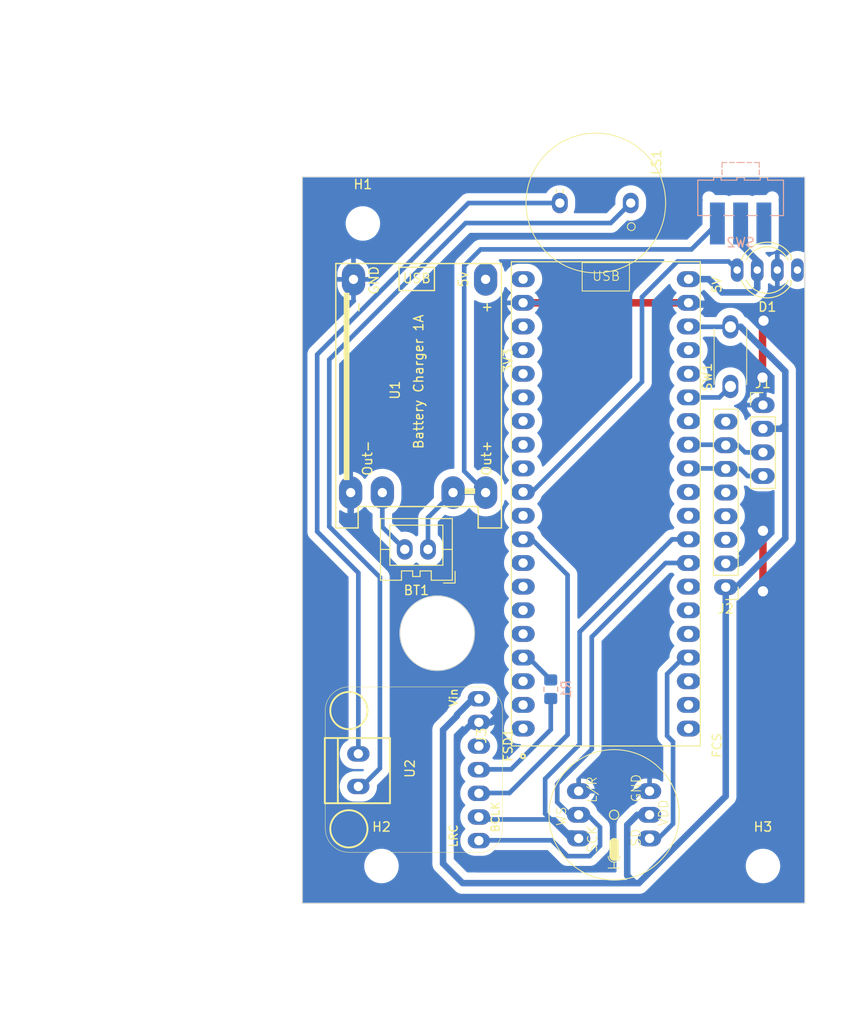
<source format=kicad_pcb>
(kicad_pcb (version 20221018) (generator pcbnew)
  (layers (0 "F.Cu" signal) (31 "B.Cu" signal) (34 "B.Paste" user) (35 "F.Paste" user) (36 "B.SilkS" user "B.Silkscreen") (37 "F.SilkS" user "F.Silkscreen") (38 "B.Mask" user) (39 "F.Mask" user) (44 "Edge.Cuts" user))
  (net 0 "")
  (net 2 "GND")
  (net 3 "+3V3")
  (net 4 "Net-(D1-DIN)")
  (net 5 "I2C_SDA")
  (net 6 "I2C_SCL")
  (net 11 "Net-(U2-GAIN)")
  (net 12 "I2S_AMP_GAIN")
  (net 20 "I2S_AMP_DATA")
  (net 31 "I2S_MIC_DATA")
  (net 35 "I2S_RLCLK")
  (net 36 "I2S_BCLK")
  (net 40 "+5V")
  (net 42 "Net-(BT1--)")
  (net 46 "Net-(J3-IO2)")
  (net 48 "Net-(BT1-+)")
  (net 49 "VBUS")
  (net 50 "Net-(U2-OUTP)")
  (net 51 "Net-(U2-OUTN)")
  (footprint "LED_THT:LED_D5.0mm-4_RGB_Wide_Pins" (layer "F.Cu") (at 91.701484 61 180)
    (fp_text reference "D1" (at 3.2385 -3.96) (layer "F.SilkS"))
    (fp_text value "NeoPixel_THT")
    (fp_line (start 0.6785 -1.545) (end 0.6785 -1.08) (stroke (width 0.12)) (layer "F.SilkS"))
    (fp_line (start 0.6785 1.08) (end 0.6785 1.545) (stroke (width 0.12)) (layer "F.SilkS"))
    (fp_arc (start 0.6785 -1.54483) (mid 3.496956 -2.978809) (end 6.026315 -1.080827) (stroke (width 0.12)) (layer "F.SilkS"))
    (fp_arc (start 0.983816 -1.08) (mid 3.238262 -2.5) (end 5.492979 -1.080429) (stroke (width 0.12)) (layer "F.SilkS"))
    (fp_arc (start 5.492979 1.080429) (mid 3.238262 2.5) (end 0.983816 1.08) (stroke (width 0.12)) (layer "F.SilkS"))
    (fp_arc (start 6.026315 1.080827) (mid 3.496956 2.978808) (end 0.6785 1.54483) (stroke (width 0.12)) (layer "F.SilkS"))
    (pad "1" thru_hole oval (at 0 0 270) (size 2.5 1.35) (drill 0.8) (layers "*.Cu" "*.Mask"))
    (pad "2" thru_hole oval (at 2.159 0 270) (size 2.5 1.35) (drill 0.8) (layers "*.Cu" "*.Mask") (net 2 "GND"))
    (pad "3" thru_hole oval (at 4.318 0 270) (size 2.5 1.35) (drill 0.8) (layers "*.Cu" "*.Mask") (net 40 "+5V"))
    (pad "4" thru_hole oval (at 6.477 0 270) (size 2.5 1.35) (drill 0.8) (layers "*.Cu" "*.Mask") (net 4 "Net-(D1-DIN)"))
  )
  (footprint "Connector_PinSocket_2.54mm:PinSocket_1x04_P2.54mm_Horizontal" (layer "F.Cu") (at 70.037617 53.80217 -90)
    (fp_text reference "LS1" (at -4.38 -6.52 90) (layer "F.SilkS"))
    (fp_text value "Speaker")
    (fp_line (start -1.46 3.51) (end -1.05 3.51) (stroke (width 0.12)) (layer "F.SilkS"))
    (fp_line (start -1.46 4.23) (end -1.05 4.23) (stroke (width 0.12)) (layer "F.SilkS"))
    (fp_circle (center 0 0) (end 7.5 0) (stroke (width 0.1)) (fill none) (layer "F.SilkS"))
    (fp_circle (center 2.54 -3.81) (end 2.598909 -4.227617) (stroke (width 0.1)) (fill none) (layer "F.SilkS"))
    (pad "1" thru_hole oval (at 0 -3.75 270) (size 2.2 1.7) (drill 1) (layers "*.Cu" "*.Mask") (net 50 "Net-(U2-OUTP)"))
    (pad "2" thru_hole oval (at 0 3.87 270) (size 2.2 1.7) (drill 1) (layers "*.Cu" "*.Mask") (net 51 "Net-(U2-OUTN)"))
  )
  (footprint "mems-mic:mems-mic-round" (layer "F.Cu") (at 72 119.5 90)
    (fp_text reference "U3" hide)
    (fp_text value "mems-mic")
    (fp_text user "GND" (at 1.269999 2.966176 90 unlocked) (layer "F.SilkS") (effects (font (thickness 0.1)) (justify left bottom)))
    (fp_text user "VDD" (at -1.287056 5.892585 90 unlocked) (layer "F.SilkS") (effects (font (thickness 0.1)) (justify left bottom)))
    (fp_text user "SCK" (at -4.156642 -1.750172 90 unlocked) (layer "F.SilkS") (effects (font (thickness 0.1)) (justify left bottom)))
    (fp_text user "L/R" (at 1.213176 -1.778584 90 unlocked) (layer "F.SilkS") (effects (font (thickness 0.1)) (justify left bottom)))
    (fp_text user "SD" (at -3.503172 2.937764 90 unlocked) (layer "F.SilkS") (effects (font (thickness 0.1)) (justify left bottom)))
    (fp_text user "WS" (at -1.27 -5.08 90 unlocked) (layer "F.SilkS") (effects (font (thickness 0.1)) (justify left bottom)))
    (fp_line (start -5.715 -0.635) (end -5.715 0.635) (stroke (width 0.1)) (layer "F.SilkS"))
    (fp_line (start -5.715 0) (end -5.08 0) (stroke (width 0.1)) (layer "F.SilkS"))
    (fp_rect (start -4.525 -0.45) (end -2.99 0.45) (stroke (width 0.1)) (fill solid) (layer "F.SilkS"))
    (fp_arc (start -4.445 0.635) (mid -5.08 0) (end -4.445 -0.635) (stroke (width 0.1)) (layer "F.SilkS"))
    (fp_circle (center -4.445 0) (end -3.995 0) (stroke (width 0.1)) (fill solid) (layer "F.SilkS"))
    (fp_circle (center -2.99 0) (end -2.54 0) (stroke (width 0.1)) (fill solid) (layer "F.SilkS"))
    (fp_circle (center 0 0) (end 0.5 0) (stroke (width 0.12)) (fill none) (layer "F.SilkS"))
    (fp_circle (center 0 0) (end 7 0) (stroke (width 0.1)) (fill none) (layer "F.SilkS"))
    (pad "1" thru_hole oval (at 0 3.81 180) (size 2.5 1.7) (drill 1) (layers "*.Cu" "*.Mask") (net 3 "+3V3"))
    (pad "2" thru_hole oval (at 2.54 3.81 180) (size 2.5 1.7) (drill 1) (layers "*.Cu" "*.Mask") (net 2 "GND"))
    (pad "3" thru_hole oval (at -2.54 -3.81 180) (size 2.5 1.7) (drill 1) (layers "*.Cu" "*.Mask") (net 36 "I2S_BCLK"))
    (pad "4" thru_hole oval (at -2.54 3.81 180) (size 2.5 1.7) (drill 1) (layers "*.Cu" "*.Mask") (net 31 "I2S_MIC_DATA"))
    (pad "5" thru_hole oval (at 0 -3.81 180) (size 2.5 1.7) (drill 1) (layers "*.Cu" "*.Mask") (net 35 "I2S_RLCLK"))
    (pad "6" thru_hole oval (at 2.54 -3.81 180) (size 2.5 1.7) (drill 1) (layers "*.Cu" "*.Mask") (net 2 "GND"))
  )
  (footprint "Connector_PinHeader_2.54mm:PinHeader_1x04_P2.54mm_Vertical" (layer "F.Cu") (at 88 75.5)
    (fp_text reference "J1" (at 0 -2.33) (layer "F.SilkS"))
    (fp_text value "I2C")
    (fp_line (start -1.33 -1.33) (end 0 -1.33) (stroke (width 0.12)) (layer "F.SilkS"))
    (fp_line (start -1.33 0) (end -1.33 -1.33) (stroke (width 0.12)) (layer "F.SilkS"))
    (fp_line (start -1.33 1.27) (end -1.33 8.95) (stroke (width 0.12)) (layer "F.SilkS"))
    (fp_line (start -1.33 1.27) (end 1.33 1.27) (stroke (width 0.12)) (layer "F.SilkS"))
    (fp_line (start -1.33 8.95) (end 1.33 8.95) (stroke (width 0.12)) (layer "F.SilkS"))
    (fp_line (start 1.33 1.27) (end 1.33 8.95) (stroke (width 0.12)) (layer "F.SilkS"))
    (pad "1" thru_hole oval (at 0 0) (size 2.5 1.7) (drill 1) (layers "*.Cu" "*.Mask") (net 2 "GND"))
    (pad "2" thru_hole oval (at 0 2.54) (size 2.5 1.7) (drill 1) (layers "*.Cu" "*.Mask") (net 3 "+3V3"))
    (pad "3" thru_hole oval (at 0 5.08) (size 2.5 1.7) (drill 1) (layers "*.Cu" "*.Mask") (net 5 "I2C_SDA"))
    (pad "4" thru_hole oval (at 0 7.62) (size 2.5 1.7) (drill 1) (layers "*.Cu" "*.Mask") (net 6 "I2C_SCL"))
  )
  (footprint "MountingHole:MountingHole_3.2mm_M3" (layer "F.Cu") (at 45 56)
    (fp_text reference "H1" (at 0 -4.2) (layer "F.SilkS"))
    (fp_text value "MountingHole")
    (pad "" np_thru_hole circle (at 0 0) (size 3.2 3.2) (drill 3.2) (layers "*.Cu" "*.Mask"))
  )
  (footprint "adafruit-MAX98357:adafruit-MAX98357" (layer "F.Cu") (at 50.559524 114.537324 90)
    (fp_text reference "U2" (at 0 -0.5 90 unlocked) (layer "F.SilkS"))
    (fp_text value "adafruit-MAX98357")
    (fp_text user "Vin" (at 7.627 4.185 90) (layer "F.SilkS") (effects (font (size 0.8636 0.8636) (thickness 0.1524))))
    (fp_text user "BCLK" (at -5.2 8.685 90) (layer "F.SilkS") (effects (font (size 0.8636 0.8636) (thickness 0.1524))))
    (fp_text user "LRC" (at -7.232 4.185 90) (layer "F.SilkS") (effects (font (size 0.8636 0.8636) (thickness 0.1524))))
    (fp_line (start -9 -7) (end -9 6.97) (stroke (width 0.05)) (layer "F.SilkS"))
    (fp_line (start -6.47 -9.603) (end 6.23 -9.603) (stroke (width 0.05)) (layer "F.SilkS"))
    (fp_line (start -3.72 -9.647) (end -3.72 -8.247) (stroke (width 0.2032)) (layer "F.SilkS"))
    (fp_line (start -3.72 -8.247) (end -3.72 -2.647) (stroke (width 0.2032)) (layer "F.SilkS"))
    (fp_line (start -3.72 -2.647) (end 3.28 -2.647) (stroke (width 0.2032)) (layer "F.SilkS"))
    (fp_line (start 3.28 -9.647) (end -3.72 -9.647) (stroke (width 0.2032)) (layer "F.SilkS"))
    (fp_line (start 3.28 -8.247) (end -3.72 -8.247) (stroke (width 0.2032)) (layer "F.SilkS"))
    (fp_line (start 3.28 -8.247) (end 3.28 -9.647) (stroke (width 0.2032)) (layer "F.SilkS"))
    (fp_line (start 3.28 -2.647) (end 3.28 -8.247) (stroke (width 0.2032)) (layer "F.SilkS"))
    (fp_line (start 6.23 9.447) (end -6.47 9.447) (stroke (width 0.05)) (layer "F.SilkS"))
    (fp_line (start 8.77 -7.063) (end 8.77 6.907) (stroke (width 0.05)) (layer "F.SilkS"))
    (fp_arc (start -8.997238 -7.046548) (mid -8.253289 -8.842599) (end -6.457238 -9.586548) (stroke (width 0.05)) (layer "F.SilkS"))
    (fp_arc (start -6.47 9.447) (mid -8.266051 8.703051) (end -9.01 6.907) (stroke (width 0.05)) (layer "F.SilkS"))
    (fp_arc (start 6.23 -9.603) (mid 8.026051 -8.859051) (end 8.77 -7.063) (stroke (width 0.05)) (layer "F.SilkS"))
    (fp_arc (start 8.77 6.907) (mid 8.026051 8.703051) (end 6.23 9.447) (stroke (width 0.05)) (layer "F.SilkS"))
    (fp_circle (center -6.47 -7.063) (end -4.47 -7.063) (stroke (width 0.2032)) (fill none) (layer "F.SilkS"))
    (fp_circle (center 6.23 -7.063) (end 8.23 -7.063) (stroke (width 0.2032)) (fill none) (layer "F.SilkS"))
    (pad "1" thru_hole oval (at 7.5 6.907) (size 2.4 1.65) (drill 1) (layers "*.Cu" "*.Mask") (net 3 "+3V3"))
    (pad "2" thru_hole oval (at 4.96 6.907) (size 2.4 1.65) (drill 1) (layers "*.Cu" "*.Mask") (net 2 "GND"))
    (pad "3" thru_hole oval (at 2.42 6.907) (size 2.4 1.65) (drill 1) (layers "*.Cu" "*.Mask"))
    (pad "4" thru_hole oval (at -0.12 6.907) (size 2.4 1.65) (drill 1) (layers "*.Cu" "*.Mask") (net 11 "Net-(U2-GAIN)"))
    (pad "5" thru_hole oval (at -2.66 6.907) (size 2.4 1.65) (drill 1) (layers "*.Cu" "*.Mask") (net 20 "I2S_AMP_DATA"))
    (pad "6" thru_hole oval (at -5.2 6.907) (size 2.4 1.65) (drill 1) (layers "*.Cu" "*.Mask") (net 36 "I2S_BCLK"))
    (pad "7" thru_hole oval (at -7.74 6.907) (size 2.4 1.65) (drill 1) (layers "*.Cu" "*.Mask") (net 35 "I2S_RLCLK"))
    (pad "8" thru_hole oval (at -1.92 -6.047) (size 2.4 1.65) (drill 1) (layers "*.Cu" "*.Mask") (net 50 "Net-(U2-OUTP)"))
    (pad "9" thru_hole oval (at 1.58 -6.047) (size 2.4 1.65) (drill 1) (layers "*.Cu" "*.Mask") (net 51 "Net-(U2-OUTN)"))
  )
  (footprint "tp4056:tp4056" (layer "F.Cu") (at 51 73 -90)
    (fp_text reference "U1" (at 0.9 2.54 90) (layer "F.SilkS"))
    (fp_text value "WARNING: Switch off when Plugging in Power on the ESP")
    (fp_text user "+" (at -8 -7.29 90) (layer "F.SilkS"))
    (fp_text user "-" (at -8 6.5 90) (layer "F.SilkS"))
    (fp_text user "Battery Charger 1A" (at 0 0.01 90) (layer "F.SilkS"))
    (fp_text user "USB" (at -11.1 0.21) (layer "F.SilkS"))
    (fp_text user "5v" (at -11 -4.79 90) (layer "F.SilkS"))
    (fp_text user "Out+" (at 8.2 -7.29 90) (layer "F.SilkS"))
    (fp_text user "Out-" (at 8.2 5.5 90) (layer "F.SilkS"))
    (fp_text user "GND" (at -10.9 4.81 90) (layer "F.SilkS"))
    (fp_line (start -12.7 -8.89) (end 13.6 -8.89) (stroke (width 0.15)) (layer "F.SilkS"))
    (fp_line (start -12.7 8.91) (end -12.7 -8.89) (stroke (width 0.15)) (layer "F.SilkS"))
    (fp_line (start -12.3 -1.69) (end -9.8 -1.69) (stroke (width 0.15)) (layer "F.SilkS"))
    (fp_line (start -12.3 2.11) (end -12.3 -1.59) (stroke (width 0.15)) (layer "F.SilkS"))
    (fp_line (start -9.8 -1.69) (end -9.8 2.11) (stroke (width 0.15)) (layer "F.SilkS"))
    (fp_line (start -9.8 2.11) (end -12.3 2.11) (stroke (width 0.15)) (layer "F.SilkS"))
    (fp_line (start 13.4 -6.39) (end 13.4 6.51) (stroke (width 0.15)) (layer "F.SilkS"))
    (fp_line (start 13.4 6.51) (end 13.7 6.51) (stroke (width 0.15)) (layer "F.SilkS"))
    (fp_line (start 13.6 -8.89) (end 15.7 -8.89) (stroke (width 0.15)) (layer "F.SilkS"))
    (fp_line (start 13.6 6.51) (end 15.7 6.51) (stroke (width 0.15)) (layer "F.SilkS"))
    (fp_line (start 15.7 -8.89) (end 15.7 -6.39) (stroke (width 0.15)) (layer "F.SilkS"))
    (fp_line (start 15.7 -6.39) (end 13.4 -6.39) (stroke (width 0.15)) (layer "F.SilkS"))
    (fp_line (start 15.7 6.51) (end 15.7 6.81) (stroke (width 0.15)) (layer "F.SilkS"))
    (fp_line (start 15.7 6.81) (end 15.7 8.91) (stroke (width 0.15)) (layer "F.SilkS"))
    (fp_line (start 15.7 8.91) (end -12.7 8.91) (stroke (width 0.15)) (layer "F.SilkS"))
    (fp_rect (start -9.5 7.5) (end 10.5 8) (stroke (width 0.12)) (fill solid) (layer "F.SilkS"))
    (fp_rect (start 11.5 -6) (end 12 -5) (stroke (width 0.12)) (fill solid) (layer "F.SilkS"))
    (pad "1" thru_hole oval (at -11 -7.19 270) (size 3.5 2.5) (drill 1) (layers "*.Cu" "*.Mask") (net 49 "VBUS"))
    (pad "2" thru_hole oval (at -11 7.01 270) (size 3.5 2.5) (drill 1) (layers "*.Cu" "*.Mask") (net 2 "GND"))
    (pad "3" thru_hole oval (at 11.9 -3.69 270) (size 3.5 2.5) (drill 1) (layers "*.Cu" "*.Mask") (net 48 "Net-(BT1-+)"))
    (pad "4" thru_hole oval (at 11.9 3.91 270) (size 3.5 2.5) (drill 1) (layers "*.Cu" "*.Mask") (net 42 "Net-(BT1--)"))
    (pad "5" thru_hole oval (at 11.9 -7.19 270) (size 3.5 2.5) (drill 1) (layers "*.Cu" "*.Mask") (net 48 "Net-(BT1-+)"))
    (pad "6" thru_hole oval (at 11.9 7.31 270) (size 3.5 2.5) (drill 1) (layers "*.Cu" "*.Mask") (net 2 "GND"))
  )
  (footprint "Connector_PinHeader_2.54mm:PinHeader_1x08_P2.54mm_Vertical" (layer "F.Cu") (at 84 95.055 180)
    (fp_text reference "J2" (at 0 -2.33) (layer "F.SilkS"))
    (fp_text value "Conn_01x08")
    (fp_line (start -1.33 -1.33) (end 0 -1.33) (stroke (width 0.12)) (layer "F.SilkS"))
    (fp_line (start -1.33 0) (end -1.33 -1.33) (stroke (width 0.12)) (layer "F.SilkS"))
    (fp_line (start -1.33 1.27) (end -1.33 19.11) (stroke (width 0.12)) (layer "F.SilkS"))
    (fp_line (start -1.33 1.27) (end 1.33 1.27) (stroke (width 0.12)) (layer "F.SilkS"))
    (fp_line (start -1.33 19.11) (end 1.33 19.11) (stroke (width 0.12)) (layer "F.SilkS"))
    (fp_line (start 1.33 1.27) (end 1.33 19.11) (stroke (width 0.12)) (layer "F.SilkS"))
    (pad "1" thru_hole oval (at 0 0 180) (size 2.5 1.7) (drill 1) (layers "*.Cu" "*.Mask") (net 3 "+3V3"))
    (pad "2" thru_hole oval (at 0 2.54 180) (size 2.5 1.7) (drill 1) (layers "*.Cu" "*.Mask") (net 2 "GND"))
    (pad "3" thru_hole oval (at 0 5.08 180) (size 2.5 1.7) (drill 1) (layers "*.Cu" "*.Mask"))
    (pad "4" thru_hole oval (at 0 7.62 180) (size 2.5 1.7) (drill 1) (layers "*.Cu" "*.Mask"))
    (pad "5" thru_hole oval (at 0 10.16 180) (size 2.5 1.7) (drill 1) (layers "*.Cu" "*.Mask"))
    (pad "6" thru_hole oval (at 0 12.7 180) (size 2.5 1.7) (drill 1) (layers "*.Cu" "*.Mask") (net 6 "I2C_SCL"))
    (pad "7" thru_hole oval (at 0 15.24 180) (size 2.5 1.7) (drill 1) (layers "*.Cu" "*.Mask") (net 5 "I2C_SDA"))
    (pad "8" thru_hole oval (at 0 17.78 180) (size 2.5 1.7) (drill 1) (layers "*.Cu" "*.Mask"))
  )
  (footprint "esp32-pico-kit:esp32-pico-kit" (layer "F.Cu") (at 71.11 86.11 90)
    (fp_text reference "J3" (at -24.89 -13.3495 90) (layer "F.SilkS"))
    (fp_text value "esp32-pico-kit")
    (fp_text user "USB" (at 23.876 -1.524 unlocked) (layer "F.SilkS") (effects (font (thickness 0.1)) (justify left bottom)))
    (fp_text user "3V3" (at 15.3643 -10.506 90) (layer "F.SilkS") (effects (font (size 0.945425 0.945425))))
    (fp_text user "5V" (at 23.5064 11.9438 90) (layer "F.SilkS") (effects (font (size 0.945339 0.945339))))
    (fp_text user "FCS" (at -25.9405 11.953 90) (layer "F.SilkS") (effects (font (size 0.946071 0.946071))))
    (fp_text user "FSD1" (at -25.9215 -10.5055 90) (layer "F.SilkS") (effects (font (size 0.945378 0.945378))))
    (fp_line (start -26 -10.15) (end 26 -10.15) (stroke (width 0.127)) (layer "F.SilkS"))
    (fp_line (start -26 10.15) (end -26 -10.15) (stroke (width 0.127)) (layer "F.SilkS"))
    (fp_line (start 26 -10.15) (end 26 10.15) (stroke (width 0.127)) (layer "F.SilkS"))
    (fp_line (start 26 10.15) (end -26 10.15) (stroke (width 0.127)) (layer "F.SilkS"))
    (fp_rect (start 22.86 -2.54) (end 25.908 2.54) (stroke (width 0.1)) (fill none) (layer "F.SilkS"))
    (fp_circle (center -27.1 -8.9) (end -26.876394 -8.9) (stroke (width 0.2)) (fill none) (layer "F.SilkS"))
    (pad "J2_1" thru_hole oval (at -24.13 -8.89 180) (size 2.5 1.7) (drill 1) (layers "*.Cu" "*.Mask"))
    (pad "J2_2" thru_hole oval (at -21.59 -8.89 180) (size 2.5 1.7) (drill 1) (layers "*.Cu" "*.Mask"))
    (pad "J2_3" thru_hole oval (at -19.05 -8.89 180) (size 2.5 1.7) (drill 1) (layers "*.Cu" "*.Mask"))
    (pad "J2_4" thru_hole oval (at -16.51 -8.89 180) (size 2.5 1.7) (drill 1) (layers "*.Cu" "*.Mask") (net 12 "I2S_AMP_GAIN"))
    (pad "J2_5" thru_hole oval (at -13.97 -8.89 180) (size 2.5 1.7) (drill 1) (layers "*.Cu" "*.Mask"))
    (pad "J2_6" thru_hole oval (at -11.43 -8.89 180) (size 2.5 1.7) (drill 1) (layers "*.Cu" "*.Mask"))
    (pad "J2_7" thru_hole oval (at -8.89 -8.89 180) (size 2.5 1.7) (drill 1) (layers "*.Cu" "*.Mask"))
    (pad "J2_8" thru_hole oval (at -6.35 -8.89 180) (size 2.5 1.7) (drill 1) (layers "*.Cu" "*.Mask"))
    (pad "J2_9" thru_hole oval (at -3.81 -8.89 180) (size 2.5 1.7) (drill 1) (layers "*.Cu" "*.Mask") (net 20 "I2S_AMP_DATA"))
    (pad "J2_10" thru_hole oval (at -1.27 -8.89 180) (size 2.5 1.7) (drill 1) (layers "*.Cu" "*.Mask"))
    (pad "J2_11" thru_hole oval (at 1.27 -8.89 180) (size 2.5 1.7) (drill 1) (layers "*.Cu" "*.Mask") (net 4 "Net-(D1-DIN)"))
    (pad "J2_12" thru_hole oval (at 3.81 -8.89 180) (size 2.5 1.7) (drill 1) (layers "*.Cu" "*.Mask"))
    (pad "J2_13" thru_hole oval (at 6.35 -8.89 180) (size 2.5 1.7) (drill 1) (layers "*.Cu" "*.Mask"))
    (pad "J2_14" thru_hole oval (at 8.89 -8.89 180) (size 2.5 1.7) (drill 1) (layers "*.Cu" "*.Mask"))
    (pad "J2_15" thru_hole oval (at 11.43 -8.89 180) (size 2.5 1.7) (drill 1) (layers "*.Cu" "*.Mask"))
    (pad "J2_16" thru_hole oval (at 13.97 -8.89 180) (size 2.5 1.7) (drill 1) (layers "*.Cu" "*.Mask"))
    (pad "J2_17" thru_hole oval (at 16.51 -8.89 180) (size 2.5 1.7) (drill 1) (layers "*.Cu" "*.Mask"))
    (pad "J2_18" thru_hole oval (at 19.05 -8.89 180) (size 2.5 1.7) (drill 1) (layers "*.Cu" "*.Mask"))
    (pad "J2_19" thru_hole oval (at 21.59 -8.89 180) (size 2.5 1.7) (drill 1) (layers "*.Cu" "*.Mask") (net 2 "GND"))
    (pad "J2_20" thru_hole oval (at 24.13 -8.89 180) (size 2.5 1.7) (drill 1) (layers "*.Cu" "*.Mask"))
    (pad "J3_1" thru_hole oval (at -24.13 8.89 180) (size 2.5 1.7) (drill 1) (layers "*.Cu" "*.Mask"))
    (pad "J3_2" thru_hole oval (at -21.59 8.89 180) (size 2.5 1.7) (drill 1) (layers "*.Cu" "*.Mask"))
    (pad "J3_3" thru_hole oval (at -19.05 8.89 180) (size 2.5 1.7) (drill 1) (layers "*.Cu" "*.Mask"))
    (pad "J3_4" thru_hole oval (at -16.51 8.89 180) (size 2.5 1.7) (drill 1) (layers "*.Cu" "*.Mask") (net 31 "I2S_MIC_DATA"))
    (pad "J3_5" thru_hole oval (at -13.97 8.89 180) (size 2.5 1.7) (drill 1) (layers "*.Cu" "*.Mask"))
    (pad "J3_6" thru_hole oval (at -11.43 8.89 180) (size 2.5 1.7) (drill 1) (layers "*.Cu" "*.Mask"))
    (pad "J3_7" thru_hole oval (at -8.89 8.89 180) (size 2.5 1.7) (drill 1) (layers "*.Cu" "*.Mask"))
    (pad "J3_8" thru_hole oval (at -6.35 8.89 180) (size 2.5 1.7) (drill 1) (layers "*.Cu" "*.Mask") (net 35 "I2S_RLCLK"))
    (pad "J3_9" thru_hole oval (at -3.81 8.89 180) (size 2.5 1.7) (drill 1) (layers "*.Cu" "*.Mask") (net 36 "I2S_BCLK"))
    (pad "J3_10" thru_hole oval (at -1.27 8.89 180) (size 2.5 1.7) (drill 1) (layers "*.Cu" "*.Mask"))
    (pad "J3_11" thru_hole oval (at 1.27 8.89 180) (size 2.5 1.7) (drill 1) (layers "*.Cu" "*.Mask"))
    (pad "J3_12" thru_hole oval (at 3.81 8.89 180) (size 2.5 1.7) (drill 1) (layers "*.Cu" "*.Mask") (net 6 "I2C_SCL"))
    (pad "J3_13" thru_hole oval (at 6.35 8.89 180) (size 2.5 1.7) (drill 1) (layers "*.Cu" "*.Mask") (net 5 "I2C_SDA"))
    (pad "J3_14" thru_hole oval (at 8.89 8.89 180) (size 2.5 1.7) (drill 1) (layers "*.Cu" "*.Mask"))
    (pad "J3_15" thru_hole oval (at 11.43 8.89 180) (size 2.5 1.7) (drill 1) (layers "*.Cu" "*.Mask") (net 46 "Net-(J3-IO2)"))
    (pad "J3_16" thru_hole oval (at 13.97 8.89 180) (size 2.5 1.7) (drill 1) (layers "*.Cu" "*.Mask"))
    (pad "J3_17" thru_hole oval (at 16.51 8.89 180) (size 2.5 1.7) (drill 1) (layers "*.Cu" "*.Mask"))
    (pad "J3_18" thru_hole oval (at 19.05 8.89 180) (size 2.5 1.7) (drill 1) (layers "*.Cu" "*.Mask") (net 3 "+3V3"))
    (pad "J3_19" thru_hole oval (at 21.59 8.89 180) (size 2.5 1.7) (drill 1) (layers "*.Cu" "*.Mask") (net 2 "GND"))
    (pad "J3_20" thru_hole oval (at 24.13 8.89 180) (size 2.5 1.7) (drill 1) (layers "*.Cu" "*.Mask") (net 40 "+5V"))
  )
  (footprint "Connector_JST:JST_XA_B02B-XASK-1_1x02_P2.50mm_Vertical" (layer "F.Cu") (at 52 91 180)
    (fp_text reference "BT1" (at 1.25 -4.4) (layer "F.SilkS"))
    (fp_text value "Battery_Cell" hide)
    (fp_line (start -2.91 -3.61) (end -2.91 -2.36) (stroke (width 0.12)) (layer "F.SilkS"))
    (fp_line (start -2.61 -3.31) (end -2.61 3.31) (stroke (width 0.12)) (layer "F.SilkS"))
    (fp_line (start -2.61 0) (end -1.6 0) (stroke (width 0.12)) (layer "F.SilkS"))
    (fp_line (start -2.61 3.31) (end 5.11 3.31) (stroke (width 0.12)) (layer "F.SilkS"))
    (fp_line (start -1.66 -3.61) (end -2.91 -3.61) (stroke (width 0.12)) (layer "F.SilkS"))
    (fp_line (start -1.6 -1.7) (end -1.6 2.6) (stroke (width 0.12)) (layer "F.SilkS"))
    (fp_line (start -1.6 2.6) (end 4.1 2.6) (stroke (width 0.12)) (layer "F.SilkS"))
    (fp_line (start -0.35 -3.31) (end -2.61 -3.31) (stroke (width 0.12)) (layer "F.SilkS"))
    (fp_line (start -0.35 -2.31) (end -0.35 -3.31) (stroke (width 0.12)) (layer "F.SilkS"))
    (fp_line (start 0.85 -2.91) (end 0.85 -2.31) (stroke (width 0.12)) (layer "F.SilkS"))
    (fp_line (start 0.85 -2.31) (end -0.35 -2.31) (stroke (width 0.12)) (layer "F.SilkS"))
    (fp_line (start 1.65 -2.91) (end 0.85 -2.91) (stroke (width 0.12)) (layer "F.SilkS"))
    (fp_line (start 1.65 -2.31) (end 1.65 -2.91) (stroke (width 0.12)) (layer "F.SilkS"))
    (fp_line (start 2.85 -3.31) (end 2.85 -2.31) (stroke (width 0.12)) (layer "F.SilkS"))
    (fp_line (start 2.85 -2.31) (end 1.65 -2.31) (stroke (width 0.12)) (layer "F.SilkS"))
    (fp_line (start 4.1 -1.7) (end -1.6 -1.7) (stroke (width 0.12)) (layer "F.SilkS"))
    (fp_line (start 4.1 2.6) (end 4.1 -1.7) (stroke (width 0.12)) (layer "F.SilkS"))
    (fp_line (start 5.11 -3.31) (end 2.85 -3.31) (stroke (width 0.12)) (layer "F.SilkS"))
    (fp_line (start 5.11 0) (end 4.1 0) (stroke (width 0.12)) (layer "F.SilkS"))
    (fp_line (start 5.11 3.31) (end 5.11 -3.31) (stroke (width 0.12)) (layer "F.SilkS"))
    (pad "1" thru_hole oval (at 0 0 270) (size 2.2 1.7) (drill 1) (layers "*.Cu" "*.Mask") (net 48 "Net-(BT1-+)"))
    (pad "2" thru_hole oval (at 2.5 0 270) (size 2.2 1.7) (drill 1) (layers "*.Cu" "*.Mask") (net 42 "Net-(BT1--)"))
  )
  (footprint "pts636:pts636" (layer "F.Cu") (at 84.5 73.5 90)
    (fp_text reference "SW1" (at 1 -2.5 90) (layer "F.SilkS"))
    (fp_text value "Transmit" hide)
    (fp_line (start 0.2 -1.75) (end 6.2 -1.75) (stroke (width 0.1)) (layer "F.SilkS"))
    (fp_line (start 0.2 1.75) (end 6.2 1.75) (stroke (width 0.1)) (layer "F.SilkS"))
    (pad "1" thru_hole oval (at 0 0 90) (size 2.5 1.7) (drill 1.2) (layers "*.Cu" "*.Mask") (net 46 "Net-(J3-IO2)"))
    (pad "2" thru_hole oval (at 6.4 0 90) (size 2.5 1.7) (drill 1.2) (layers "*.Cu" "*.Mask") (net 3 "+3V3"))
  )
  (footprint "MountingHole:MountingHole_3.2mm_M3" (layer "F.Cu") (at 88 125)
    (fp_text reference "H3" (at 0 -4.2) (layer "F.SilkS"))
    (fp_text value "MountingHole")
    (pad "" np_thru_hole circle (at 0 0) (size 3.2 3.2) (drill 3.2) (layers "*.Cu" "*.Mask"))
  )
  (footprint "MountingHole:MountingHole_3.2mm_M3" (layer "F.Cu") (at 47 125)
    (fp_text reference "H2" (at 0 -4.2) (layer "F.SilkS"))
    (fp_text value "MountingHole")
    (pad "" np_thru_hole circle (at 0 0) (size 3.2 3.2) (drill 3.2) (layers "*.Cu" "*.Mask"))
  )
  (footprint "Resistor_SMD:R_0805_2012Metric_Pad1.20x1.40mm_HandSolder" (layer "B.Cu") (at 65.194358 106.017582 90)
    (fp_text reference "R1" (at 0 1.65 90) (layer "B.SilkS") (effects (justify mirror)))
    (fp_text value "100k")
    (fp_line (start -0.227064 -0.735) (end 0.227064 -0.735) (stroke (width 0.12)) (layer "B.SilkS"))
    (fp_line (start -0.227064 0.735) (end 0.227064 0.735) (stroke (width 0.12)) (layer "B.SilkS"))
    (pad "1" smd roundrect (at -1 0 90) (size 1.2 1.4) (layers "B.Cu" "B.Paste" "B.Mask") (roundrect_rratio 0.208333) (net 11 "Net-(U2-GAIN)"))
    (pad "2" smd roundrect (at 1 0 90) (size 1.2 1.4) (layers "B.Cu" "B.Paste" "B.Mask") (roundrect_rratio 0.208333) (net 12 "I2S_AMP_GAIN"))
  )
  (footprint "Button_Switch_SMD:SW_SPDT_CK-JS102011SAQN" (layer "B.Cu") (at 85.6 53.25)
    (fp_text reference "SW2" (at 0 4.8) (layer "B.SilkS") (effects (justify mirror)))
    (fp_text value "POWER")
    (fp_line (start -4.6 -1.9) (end -4.6 -1.9) (stroke (width 0.12)) (layer "B.SilkS"))
    (fp_line (start -4.6 -1.9) (end -4.6 1.9) (stroke (width 0.12)) (layer "B.SilkS"))
    (fp_line (start -4.6 1.9) (end -3.2 1.9) (stroke (width 0.12)) (layer "B.SilkS"))
    (fp_line (start -2.9 -2.2) (end -2.9 -1.9) (stroke (width 0.12)) (layer "B.SilkS"))
    (fp_line (start -2.9 -1.9) (end -4.6 -1.9) (stroke (width 0.12)) (layer "B.SilkS"))
    (fp_line (start -2.1 -2.2) (end -2.9 -2.2) (stroke (width 0.12)) (layer "B.SilkS"))
    (fp_line (start -2.1 -1.9) (end -2.1 -2.2) (stroke (width 0.12)) (layer "B.SilkS"))
    (fp_line (start -2 -3.8) (end -2 -3.3) (stroke (width 0.12)) (layer "B.SilkS"))
    (fp_line (start -2 -3.8) (end -1.5 -3.8) (stroke (width 0.12)) (layer "B.SilkS"))
    (fp_line (start -2 -3.3) (end -2 -3.3) (stroke (width 0.12)) (layer "B.SilkS"))
    (fp_line (start -2 -3) (end -2 -2.5) (stroke (width 0.12)) (layer "B.SilkS"))
    (fp_line (start -2 -2.5) (end -2 -2.5) (stroke (width 0.12)) (layer "B.SilkS"))
    (fp_line (start -1.8 1.9) (end -1.8 1.9) (stroke (width 0.12)) (layer "B.SilkS"))
    (fp_line (start -1.5 -3.8) (end -1.5 -3.8) (stroke (width 0.12)) (layer "B.SilkS"))
    (fp_line (start -1.2 -3.8) (end -0.7 -3.8) (stroke (width 0.12)) (layer "B.SilkS"))
    (fp_line (start -0.7 -3.8) (end -0.7 -3.8) (stroke (width 0.12)) (layer "B.SilkS"))
    (fp_line (start -0.7 1.9) (end -1.8 1.9) (stroke (width 0.12)) (layer "B.SilkS"))
    (fp_line (start -0.4 -3.8) (end -0.4 -3.8) (stroke (width 0.12)) (layer "B.SilkS"))
    (fp_line (start -0.4 -2.2) (end -0.4 -1.9) (stroke (width 0.12)) (layer "B.SilkS"))
    (fp_line (start -0.4 -1.9) (end -2.1 -1.9) (stroke (width 0.12)) (layer "B.SilkS"))
    (fp_line (start 0.4 -3.8) (end -0.4 -3.8) (stroke (width 0.12)) (layer "B.SilkS"))
    (fp_line (start 0.4 -2.2) (end -0.4 -2.2) (stroke (width 0.12)) (layer "B.SilkS"))
    (fp_line (start 0.4 -1.9) (end 0.4 -2.2) (stroke (width 0.12)) (layer "B.SilkS"))
    (fp_line (start 0.7 -3.8) (end 0.7 -3.8) (stroke (width 0.12)) (layer "B.SilkS"))
    (fp_line (start 0.7 1.9) (end 0.7 1.9) (stroke (width 0.12)) (layer "B.SilkS"))
    (fp_line (start 1.2 -3.8) (end 0.7 -3.8) (stroke (width 0.12)) (layer "B.SilkS"))
    (fp_line (start 1.5 -3.8) (end 1.5 -3.8) (stroke (width 0.12)) (layer "B.SilkS"))
    (fp_line (start 1.8 1.9) (end 0.7 1.9) (stroke (width 0.12)) (layer "B.SilkS"))
    (fp_line (start 2 -3.8) (end 1.5 -3.8) (stroke (width 0.12)) (layer "B.SilkS"))
    (fp_line (start 2 -3.8) (end 2 -3.3) (stroke (width 0.12)) (layer "B.SilkS"))
    (fp_line (start 2 -3.3) (end 2 -3.3) (stroke (width 0.12)) (layer "B.SilkS"))
    (fp_line (start 2 -3) (end 2 -2.5) (stroke (width 0.12)) (layer "B.SilkS"))
    (fp_line (start 2 -2.5) (end 2 -2.5) (stroke (width 0.12)) (layer "B.SilkS"))
    (fp_line (start 2.1 -2.2) (end 2.1 -1.9) (stroke (width 0.12)) (layer "B.SilkS"))
    (fp_line (start 2.1 -1.9) (end 0.4 -1.9) (stroke (width 0.12)) (layer "B.SilkS"))
    (fp_line (start 2.9 -2.2) (end 2.1 -2.2) (stroke (width 0.12)) (layer "B.SilkS"))
    (fp_line (start 2.9 -1.9) (end 2.9 -2.2) (stroke (width 0.12)) (layer "B.SilkS"))
    (fp_line (start 3.2 1.9) (end 4.6 1.9) (stroke (width 0.12)) (layer "B.SilkS"))
    (fp_line (start 4.6 -1.9) (end 2.9 -1.9) (stroke (width 0.12)) (layer "B.SilkS"))
    (fp_line (start 4.6 1.9) (end 4.6 -1.9) (stroke (width 0.12)) (layer "B.SilkS"))
    (pad "" np_thru_hole circle (at -3.4 0) (size 0.9 0.9) (drill 0.9) (layers "F&B.Cu" "*.Mask"))
    (pad "" np_thru_hole circle (at 3.4 0) (size 0.9 0.9) (drill 0.9) (layers "F&B.Cu" "*.Mask"))
    (pad "1" smd rect (at -2.5 2.75) (size 1.6 4.5) (layers "B.Cu" "B.Paste" "B.Mask") (net 48 "Net-(BT1-+)"))
    (pad "2" smd rect (at 0 2.75) (size 1.6 4.5) (layers "B.Cu" "B.Paste" "B.Mask") (net 40 "+5V"))
    (pad "3" smd rect (at 2.5 2.75) (size 1.6 4.5) (layers "B.Cu" "B.Paste" "B.Mask"))
  )
  (gr_rect (start 38.5 51) (end 92.5 129) (stroke (width 0.1)) (fill none) (layer "Edge.Cuts"))
  (gr_circle (center 52.992098 100) (end 56.992098 100.251557) (stroke (width 0.1)) (fill none) (layer "Edge.Cuts"))
  (segment (start 88 89) (end 88 95.500006) (width 0.8) (layer "F.Cu") (net 2))
  (segment (start 62.22 64.52) (end 80 64.52) (width 0.8) (layer "F.Cu") (net 2))
  (segment (start 87.951811 66.548189) (end 88.063081 66.436919) (width 0.8) (layer "F.Cu") (net 2))
  (segment (start 87.951811 72.548189) (end 87.951811 66.548189) (width 0.8) (layer "F.Cu") (net 2))
  (via (at 88 89) (size 2.1) (drill 1.1) (layers "F.Cu" "B.Cu") (net 2))
  (via (at 88.063081 66.436919) (size 2.1) (drill 1.1) (layers "F.Cu" "B.Cu") (net 2))
  (via (at 88 95.500006) (size 2.1) (drill 1.1) (layers "F.Cu" "B.Cu") (net 2))
  (via (at 87.951811 72.548189) (size 2.1) (drill 1.1) (layers "F.Cu" "B.Cu") (net 2))
  (segment (start 57.361128 125.34) (end 55.116524 123.095396) (width 0.7) (layer "B.Cu") (net 2))
  (segment (start 75.81 116.96) (end 74.66 116.96) (width 0.7) (layer "B.Cu") (net 2))
  (segment (start 85.25 92.515) (end 88 89.765) (width 0.8) (layer "B.Cu") (net 2))
  (segment (start 71.91 123.457616) (end 70.027616 125.34) (width 0.7) (layer "B.Cu") (net 2))
  (segment (start 52 125.24264) (end 55.09736 128.34) (width 0.7) (layer "B.Cu") (net 2))
  (segment (start 88.063081 66.436919) (end 86.476162 64.85) (width 0.4) (layer "B.Cu") (net 2))
  (segment (start 88 89.765) (end 88 89) (width 0.8) (layer "B.Cu") (net 2))
  (segment (start 57.357151 102.400209) (end 52 107.75736) (width 0.7) (layer "B.Cu") (net 2))
  (segment (start 70.027616 125.34) (end 57.361128 125.34) (width 0.7) (layer "B.Cu") (net 2))
  (segment (start 75.28132 128.34) (end 88 115.62132) (width 0.7) (layer "B.Cu") (net 2))
  (segment (start 91.95 70.323838) (end 88.063081 66.436919) (width 0.8) (layer "B.Cu") (net 2))
  (segment (start 80 64.52) (end 80.43 64.95) (width 0.8) (layer "B.Cu") (net 2))
  (segment (start 59.82 104.863058) (end 57.357151 102.400209) (width 0.7) (layer "B.Cu") (net 2))
  (segment (start 86.476162 64.85) (end 80.33 64.85) (width 0.4) (layer "B.Cu") (net 2))
  (segment (start 43.69 88.143427) (end 48.671573 93.125) (width 0.7) (layer "B.Cu") (net 2))
  (segment (start 84 92.515) (end 85.25 92.515) (width 0.8) (layer "B.Cu") (net 2))
  (segment (start 55.116524 111.299252) (end 56.838452 109.577324) (width 0.7) (layer "B.Cu") (net 2))
  (segment (start 56.838452 109.577324) (end 57.466524 109.577324) (width 0.7) (layer "B.Cu") (net 2))
  (segment (start 71.91 119.71) (end 71.91 123.457616) (width 0.7) (layer "B.Cu") (net 2))
  (segment (start 48.671573 93.125) (end 56.125 93.125) (width 0.7) (layer "B.Cu") (net 2))
  (segment (start 74.66 116.96) (end 71.91 119.71) (width 0.7) (layer "B.Cu") (net 2))
  (segment (start 91.95 91.550006) (end 91.95 70.323838) (width 0.8) (layer "B.Cu") (net 2))
  (segment (start 88 75.5) (end 88 72.596378) (width 0.8) (layer "B.Cu") (net 2))
  (segment (start 55.09736 128.34) (end 75.28132 128.34) (width 0.7) (layer "B.Cu") (net 2))
  (segment (start 80.33 64.85) (end 80 64.52) (width 0.4) (layer "B.Cu") (net 2))
  (segment (start 88 72.596378) (end 87.951811 72.548189) (width 0.8) (layer "B.Cu") (net 2))
  (segment (start 58.769676 109.577324) (end 59.82 108.527) (width 0.7) (layer "B.Cu") (net 2))
  (segment (start 88 115.62132) (end 88 95.500006) (width 0.7) (layer "B.Cu") (net 2))
  (segment (start 57.357151 94.357151) (end 57.357151 102.400209) (width 0.7) (layer "B.Cu") (net 2))
  (segment (start 52 107.75736) (end 52 125.24264) (width 0.7) (layer "B.Cu") (net 2))
  (segment (start 59.82 108.527) (end 59.82 104.863058) (width 0.7) (layer "B.Cu") (net 2))
  (segment (start 88 95.500006) (end 91.95 91.550006) (width 0.8) (layer "B.Cu") (net 2))
  (segment (start 55.116524 123.095396) (end 55.116524 111.299252) (width 0.7) (layer "B.Cu") (net 2))
  (segment (start 56.125 93.125) (end 57.357151 94.357151) (width 0.7) (layer "B.Cu") (net 2))
  (segment (start 57.466524 109.577324) (end 58.769676 109.577324) (width 0.7) (layer "B.Cu") (net 2))
  (segment (start 43.69 84.9) (end 43.69 88.143427) (width 0.7) (layer "B.Cu") (net 2))
  (segment (start 55.116524 108.759252) (end 56.838452 107.037324) (width 0.7) (layer "B.Cu") (net 3))
  (segment (start 74.5 119.5) (end 73.41 120.59) (width 0.7) (layer "B.Cu") (net 3))
  (segment (start 88 78.04) (end 89.95 78.04) (width 0.7) (layer "B.Cu") (net 3))
  (segment (start 84 117.5) (end 74.66 126.84) (width 0.7) (layer "B.Cu") (net 3))
  (segment (start 84 95.055) (end 84 117.5) (width 0.7) (layer "B.Cu") (net 3))
  (segment (start 73.41 126.011573) (end 74.238427 126.84) (width 0.7) (layer "B.Cu") (net 3))
  (segment (start 55.71868 126.84) (end 53.616524 124.737844) (width 0.7) (layer "B.Cu") (net 3))
  (segment (start 73.41 120.59) (end 73.41 126.011573) (width 0.7) (layer "B.Cu") (net 3))
  (segment (start 90.4 77.59) (end 90.4 71.885108) (width 0.7) (layer "B.Cu") (net 3))
  (segment (start 90.4 71.885108) (end 85.614892 67.1) (width 0.7) (layer "B.Cu") (net 3))
  (segment (start 85.614892 67.1) (end 84.5 67.1) (width 0.7) (layer "B.Cu") (net 3))
  (segment (start 90.4 77.59) (end 90.4 89.805) (width 0.7) (layer "B.Cu") (net 3))
  (segment (start 74.238427 126.84) (end 55.71868 126.84) (width 0.7) (layer "B.Cu") (net 3))
  (segment (start 55.116524 108.883476) (end 55.116524 108.759252) (width 0.7) (layer "B.Cu") (net 3))
  (segment (start 90.4 89.805) (end 85.15 95.055) (width 0.7) (layer "B.Cu") (net 3))
  (segment (start 75.81 119.5) (end 74.5 119.5) (width 0.7) (layer "B.Cu") (net 3))
  (segment (start 85.15 95.055) (end 84 95.055) (width 0.7) (layer "B.Cu") (net 3))
  (segment (start 89.95 78.04) (end 90.4 77.59) (width 0.7) (layer "B.Cu") (net 3))
  (segment (start 84.5 67.1) (end 80.04 67.1) (width 0.5) (layer "B.Cu") (net 3))
  (segment (start 56.838452 107.037324) (end 57.466524 107.037324) (width 0.7) (layer "B.Cu") (net 3))
  (segment (start 53.616524 124.737844) (end 53.616524 110.383476) (width 0.7) (layer "B.Cu") (net 3))
  (segment (start 80.04 67.1) (end 80 67.06) (width 0.5) (layer "B.Cu") (net 3))
  (segment (start 53.616524 110.383476) (end 55.116524 108.883476) (width 0.7) (layer "B.Cu") (net 3))
  (segment (start 74.66 126.84) (end 74.238427 126.84) (width 0.7) (layer "B.Cu") (net 3))
  (segment (start 63.17 84.84) (end 62.22 84.84) (width 0.5) (layer "B.Cu") (net 4))
  (segment (start 84.304484 60.08) (end 78.812994 60.08) (width 0.5) (layer "B.Cu") (net 4))
  (segment (start 75 63.892994) (end 75 73.01) (width 0.5) (layer "B.Cu") (net 4))
  (segment (start 78.812994 60.08) (end 75 63.892994) (width 0.5) (layer "B.Cu") (net 4))
  (segment (start 75 73.01) (end 63.17 84.84) (width 0.5) (layer "B.Cu") (net 4))
  (segment (start 85.224484 61) (end 84.304484 60.08) (width 0.5) (layer "B.Cu") (net 4))
  (segment (start 85.315 79.815) (end 86.08 80.58) (width 0.5) (layer "B.Cu") (net 5))
  (segment (start 84 79.815) (end 85.315 79.815) (width 0.5) (layer "B.Cu") (net 5))
  (segment (start 86.08 80.58) (end 88 80.58) (width 0.5) (layer "B.Cu") (net 5))
  (segment (start 80 79.76) (end 83.945 79.76) (width 0.5) (layer "B.Cu") (net 5))
  (segment (start 83.945 79.76) (end 84 79.815) (width 0.5) (layer "B.Cu") (net 5))
  (segment (start 86.346497 83.12) (end 88 83.12) (width 0.5) (layer "B.Cu") (net 6))
  (segment (start 80 82.3) (end 83.945 82.3) (width 0.5) (layer "B.Cu") (net 6))
  (segment (start 84 82.355) (end 85.581497 82.355) (width 0.5) (layer "B.Cu") (net 6))
  (segment (start 85.581497 82.355) (end 86.346497 83.12) (width 0.5) (layer "B.Cu") (net 6))
  (segment (start 83.945 82.3) (end 84 82.355) (width 0.5) (layer "B.Cu") (net 6))
  (segment (start 65.194358 107.017582) (end 65.194358 110.352648) (width 0.5) (layer "B.Cu") (net 11))
  (segment (start 60.927006 114.62) (end 57.503848 114.62) (width 0.5) (layer "B.Cu") (net 11))
  (segment (start 65.194358 110.352648) (end 60.927006 114.62) (width 0.5) (layer "B.Cu") (net 11))
  (segment (start 57.503848 114.62) (end 57.466524 114.657324) (width 0.5) (layer "B.Cu") (net 11))
  (segment (start 62.796776 102.62) (end 62.22 102.62) (width 0.5) (layer "B.Cu") (net 12))
  (segment (start 65.194358 105.017582) (end 62.796776 102.62) (width 0.5) (layer "B.Cu") (net 12))
  (segment (start 57.466524 117.197324) (end 57.503848 117.16) (width 0.5) (layer "B.Cu") (net 20))
  (segment (start 63.17 89.92) (end 62.22 89.92) (width 0.5) (layer "B.Cu") (net 20))
  (segment (start 60.750141 117.16) (end 67 110.910141) (width 0.5) (layer "B.Cu") (net 20))
  (segment (start 57.503848 117.16) (end 60.750141 117.16) (width 0.5) (layer "B.Cu") (net 20))
  (segment (start 67 110.910141) (end 67 93.75) (width 0.5) (layer "B.Cu") (net 20))
  (segment (start 67 93.75) (end 63.17 89.92) (width 0.5) (layer "B.Cu") (net 20))
  (segment (start 78.336497 111.663503) (end 77.7 111.027006) (width 0.5) (layer "B.Cu") (net 31))
  (segment (start 77.7 104.372994) (end 79.452994 102.62) (width 0.5) (layer "B.Cu") (net 31))
  (segment (start 78.336497 120.463503) (end 78.336497 111.663503) (width 0.5) (layer "B.Cu") (net 31))
  (segment (start 77.7 111.027006) (end 77.7 104.372994) (width 0.5) (layer "B.Cu") (net 31))
  (segment (start 76.76 122.04) (end 78.336497 120.463503) (width 0.5) (layer "B.Cu") (net 31))
  (segment (start 75.81 122.04) (end 76.76 122.04) (width 0.5) (layer "B.Cu") (net 31))
  (segment (start 79.452994 102.62) (end 80 102.62) (width 0.5) (layer "B.Cu") (net 31))
  (segment (start 69.14 119.5) (end 68.19 119.5) (width 0.5) (layer "B.Cu") (net 35))
  (segment (start 70.49 122.827006) (end 70.49 120.85) (width 0.5) (layer "B.Cu") (net 35))
  (segment (start 67.002994 123.94) (end 69.377006 123.94) (width 0.5) (layer "B.Cu") (net 35))
  (segment (start 77.54 92.46) (end 80 92.46) (width 0.5) (layer "B.Cu") (net 35))
  (segment (start 65.89 116.172994) (end 69.6 112.462994) (width 0.5) (layer "B.Cu") (net 35))
  (segment (start 69.6 112.462994) (end 69.6 100.4) (width 0.5) (layer "B.Cu") (net 35))
  (segment (start 67.24 119.5) (end 65.89 118.15) (width 0.5) (layer "B.Cu") (net 35))
  (segment (start 57.503848 122.24) (end 65.302995 122.24) (width 0.5) (layer "B.Cu") (net 35))
  (segment (start 69.377006 123.94) (end 70.49 122.827006) (width 0.5) (layer "B.Cu") (net 35))
  (segment (start 57.466524 122.277324) (end 57.503848 122.24) (width 0.5) (layer "B.Cu") (net 35))
  (segment (start 65.302995 122.24) (end 67.002994 123.94) (width 0.5) (layer "B.Cu") (net 35))
  (segment (start 69.6 100.4) (end 77.54 92.46) (width 0.5) (layer "B.Cu") (net 35))
  (segment (start 65.89 118.15) (end 65.89 116.172994) (width 0.5) (layer "B.Cu") (net 35))
  (segment (start 70.49 120.85) (end 69.14 119.5) (width 0.5) (layer "B.Cu") (net 35))
  (segment (start 68.19 119.5) (end 67.24 119.5) (width 0.5) (layer "B.Cu") (net 35))
  (segment (start 67.55 121.4) (end 68.19 122.04) (width 0.5) (layer "B.Cu") (net 36))
  (segment (start 64.59 115.634516) (end 64.59 119.39) (width 0.5) (layer "B.Cu") (net 36))
  (segment (start 78.241522 89.92) (end 68.3 99.861522) (width 0.5) (layer "B.Cu") (net 36))
  (segment (start 65.602994 120) (end 67.002994 121.4) (width 0.5) (layer "B.Cu") (net 36))
  (segment (start 57.7292 120) (end 65.602994 120) (width 0.5) (layer "B.Cu") (net 36))
  (segment (start 67.24 122.04) (end 68.19 122.04) (width 0.5) (layer "B.Cu") (net 36))
  (segment (start 67.002994 121.4) (end 67.55 121.4) (width 0.5) (layer "B.Cu") (net 36))
  (segment (start 68.3 111.924516) (end 64.59 115.634516) (width 0.5) (layer "B.Cu") (net 36))
  (segment (start 80 89.92) (end 78.241522 89.92) (width 0.5) (layer "B.Cu") (net 36))
  (segment (start 64.59 119.39) (end 67.24 122.04) (width 0.5) (layer "B.Cu") (net 36))
  (segment (start 57.466524 119.737324) (end 57.7292 120) (width 0.5) (layer "B.Cu") (net 36))
  (segment (start 68.3 99.861522) (end 68.3 111.924516) (width 0.5) (layer "B.Cu") (net 36))
  (segment (start 82.172031 61.98) (end 83.592031 63.4) (width 0.7) (layer "B.Cu") (net 40))
  (segment (start 87.383484 60.00306) (end 87.383484 61) (width 0.7) (layer "B.Cu") (net 40))
  (segment (start 80 61.98) (end 82.172031 61.98) (width 0.7) (layer "B.Cu") (net 40))
  (segment (start 85.6 58.219576) (end 87.383484 60.00306) (width 0.7) (layer "B.Cu") (net 40))
  (segment (start 87.383484 62.95) (end 87.383484 61) (width 0.7) (layer "B.Cu") (net 40))
  (segment (start 86.933484 63.4) (end 87.383484 62.95) (width 0.7) (layer "B.Cu") (net 40))
  (segment (start 85.6 56) (end 85.6 58.219576) (width 0.7) (layer "B.Cu") (net 40))
  (segment (start 83.592031 63.4) (end 86.933484 63.4) (width 0.7) (layer "B.Cu") (net 40))
  (segment (start 47.09 88.59) (end 49.5 91) (width 0.5) (layer "B.Cu") (net 42))
  (segment (start 47.09 84.9) (end 47.09 88.59) (width 0.5) (layer "B.Cu") (net 42))
  (segment (start 83.32 74.68) (end 80 74.68) (width 0.5) (layer "B.Cu") (net 46))
  (segment (start 84.5 73.5) (end 83.32 74.68) (width 0.5) (layer "B.Cu") (net 46))
  (segment (start 54.69 84.9) (end 58.19 84.9) (width 0.5) (layer "B.Cu") (net 48))
  (segment (start 52 87.59) (end 54.69 84.9) (width 0.5) (layer "B.Cu") (net 48))
  (segment (start 55.89 60.547309) (end 55.89 82.6) (width 0.5) (layer "B.Cu") (net 48))
  (segment (start 57.657309 58.78) (end 55.89 60.547309) (width 0.5) (layer "B.Cu") (net 48))
  (segment (start 83.1 56) (end 80.32 58.78) (width 0.5) (layer "B.Cu") (net 48))
  (segment (start 55.89 82.6) (end 58.19 84.9) (width 0.5) (layer "B.Cu") (net 48))
  (segment (start 52 91) (end 52 87.59) (width 0.5) (layer "B.Cu") (net 48))
  (segment (start 80.32 58.78) (end 57.657309 58.78) (width 0.5) (layer "B.Cu") (net 48))
  (segment (start 71.637617 55.95217) (end 73.787617 53.80217) (width 0.5) (layer "B.Cu") (net 50))
  (segment (start 46.830559 114.514289) (end 46.830559 93.992081) (width 0.5) (layer "B.Cu") (net 50))
  (segment (start 46.830559 93.992081) (end 41.39 88.551522) (width 0.5) (layer "B.Cu") (net 50))
  (segment (start 44.887524 116.457324) (end 46.830559 114.514289) (width 0.5) (layer "B.Cu") (net 50))
  (segment (start 44.512524 116.457324) (end 44.887524 116.457324) (width 0.5) (layer "B.Cu") (net 50))
  (segment (start 56.04783 55.95217) (end 71.637617 55.95217) (width 0.5) (layer "B.Cu") (net 50))
  (segment (start 41.39 70.61) (end 56.04783 55.95217) (width 0.5) (layer "B.Cu") (net 50))
  (segment (start 41.39 88.551522) (end 41.39 70.61) (width 0.5) (layer "B.Cu") (net 50))
  (segment (start 44.512524 112.957324) (end 44.512524 93.512524) (width 0.5) (layer "B.Cu") (net 51))
  (segment (start 44.512524 93.512524) (end 40.09 89.09) (width 0.5) (layer "B.Cu") (net 51))
  (segment (start 56.359352 53.80217) (end 66.167617 53.80217) (width 0.5) (layer "B.Cu") (net 51))
  (segment (start 40.09 70.071522) (end 56.359352 53.80217) (width 0.5) (layer "B.Cu") (net 51))
  (segment (start 40.09 89.09) (end 40.09 70.071522) (width 0.5) (layer "B.Cu") (net 51))
  (zone (net 2) (net_name "GND") (layer "B.Cu") (connect_pads (clearance 0.5)) (min_thickness 0.25) (fill yes (thermal_gap 0.5) (thermal_bridge_width 0.5))
    (polygon (pts (xy 6 32) (xy 98 32) (xy 98 142) (xy 6 141)))
  )
)
</source>
